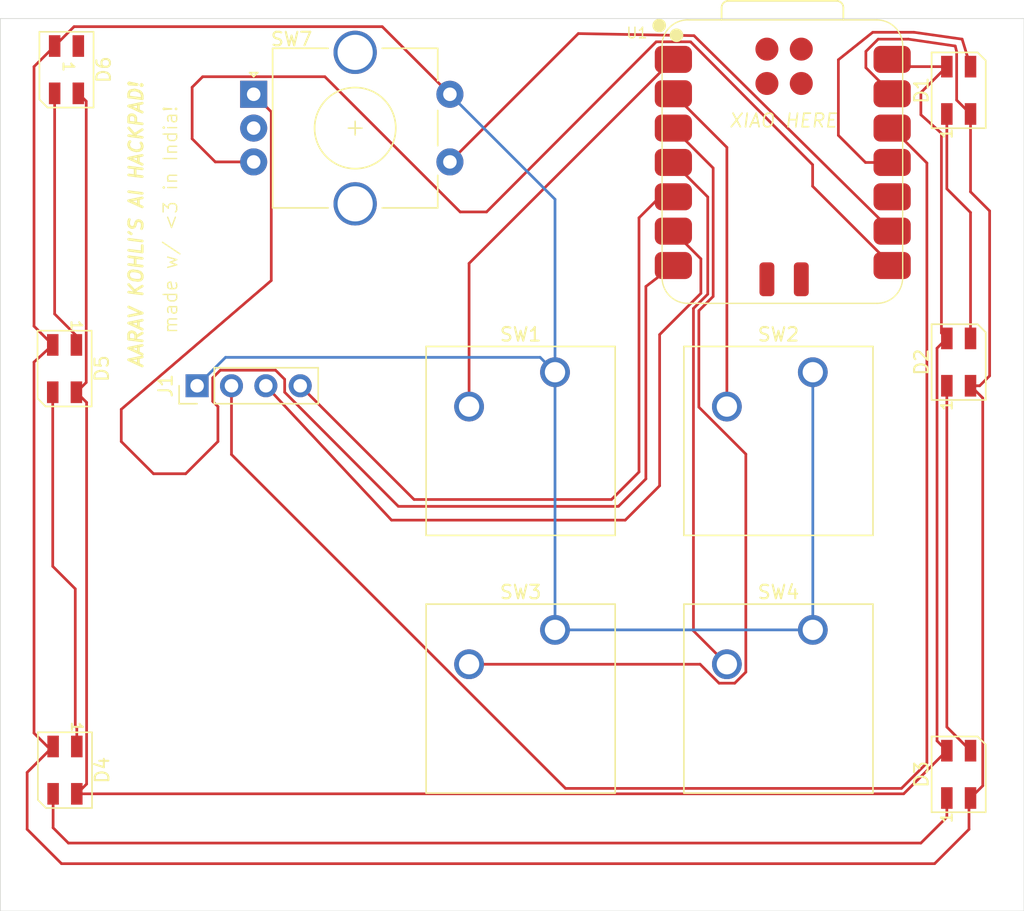
<source format=kicad_pcb>
(kicad_pcb (version 20240108) (generator "pcbnew") (generator_version "8.0")
  (layers (0 "F.Cu" signal) (31 "B.Cu" signal) (34 "B.Paste" user) (35 "F.Paste" user) (36 "B.SilkS" user "B.Silkscreen") (37 "F.SilkS" user "F.Silkscreen") (38 "B.Mask" user) (39 "F.Mask" user) (44 "Edge.Cuts" user))
  (net 0 "")
  (net 1 "+5V")
  (net 2 "Net-(D1-DOUT)")
  (net 3 "GND")
  (net 4 "Net-(D1-DIN)")
  (net 5 "Net-(D2-DOUT)")
  (net 6 "Net-(D3-DOUT)")
  (net 7 "Net-(D4-DOUT)")
  (net 8 "Net-(D5-DOUT)")
  (net 10 "Net-(J1-SDA)")
  (net 11 "Net-(J1-SCL)")
  (net 12 "Net-(U1-GPIO26{slash}ADC0{slash}A0)")
  (net 13 "Net-(U1-GPIO27{slash}ADC1{slash}A1)")
  (net 14 "Net-(U1-GPIO28{slash}ADC2{slash}A2)")
  (net 15 "Net-(U1-GPIO29{slash}ADC3{slash}A3)")
  (net 16 "Net-(U1-GPIO1{slash}RX)")
  (net 17 "Net-(U1-GPIO2{slash}SCK)")
  (net 19 "Net-(U1-GPIO0{slash}TX)")
  (net 21 "Net-(J1-VCC)")
  (footprint "Button_Switch_Keyboard:SW_Cherry_MX_1.00u_PCB" (layer "F.Cu") (at 148.7335 97.26925)
    (property "Reference" "SW1" (at -2.54 -2.794 0) (layer "F.SilkS"))
    (property "Value" "SW_Push")
    (fp_line (start -9.525 -1.905) (end 4.445 -1.905) (stroke (width 0.12)) (layer "F.SilkS"))
    (fp_line (start -9.525 12.065) (end -9.525 -1.905) (stroke (width 0.12)) (layer "F.SilkS"))
    (fp_line (start 4.445 -1.905) (end 4.445 12.065) (stroke (width 0.12)) (layer "F.SilkS"))
    (fp_line (start 4.445 12.065) (end -9.525 12.065) (stroke (width 0.12)) (layer "F.SilkS"))
    (pad "" np_thru_hole circle (at -7.62 5.08) (size 1.7 1.7) (drill 1.7) (layers "*.Cu" "*.Mask"))
    (pad "" np_thru_hole circle (at -2.54 5.08) (size 4 4) (drill 4) (layers "*.Cu" "*.Mask"))
    (pad "" np_thru_hole circle (at 2.54 5.08) (size 1.7 1.7) (drill 1.7) (layers "*.Cu" "*.Mask"))
    (pad "1" thru_hole circle (at 0 0) (size 2.2 2.2) (drill 1.5) (layers "*.Cu" "*.Mask") (net 3 "GND"))
    (pad "2" thru_hole circle (at -6.35 2.54) (size 2.2 2.2) (drill 1.5) (layers "*.Cu" "*.Mask") (net 12 "Net-(U1-GPIO26{slash}ADC0{slash}A0)"))
  )
  (footprint "LED_SMD:LED_SK6812MINI_PLCC4_3.5x3.5mm_P1.75mm" (layer "F.Cu") (at 112.494 97 -90)
    (property "Reference" "D5" (at 0 -2.75 90) (layer "F.SilkS"))
    (property "Value" "SK6812MINI")
    (fp_line (start -2.8 2) (end 2.2 2) (stroke (width 0.12)) (layer "F.SilkS"))
    (fp_line (start 2.8 1.4) (end 2.2 2) (stroke (width 0.12)) (layer "F.SilkS"))
    (fp_line (start 2.8 1.4) (end 2.8 -2) (stroke (width 0.12)) (layer "F.SilkS"))
    (fp_line (start -2.8 -2) (end -2.8 2) (stroke (width 0.12)) (layer "F.SilkS"))
    (fp_line (start -2.8 -2) (end 2.8 -2) (stroke (width 0.12)) (layer "F.SilkS"))
    (fp_text user "1" (at -3.2 -0.875 -90) (layer "F.SilkS") (effects (font (size 0.8 0.8))))
    (pad "1" smd rect (at -1.75 -0.875 270) (size 1.6 0.85) (layers "F.Cu" "F.Paste" "F.Mask") (net 8 "Net-(D5-DOUT)"))
    (pad "2" smd rect (at -1.75 0.875 270) (size 1.6 0.85) (layers "F.Cu" "F.Paste" "F.Mask") (net 3 "GND"))
    (pad "3" smd rect (at 1.75 0.875 270) (size 1.6 0.85) (layers "F.Cu" "F.Paste" "F.Mask") (net 7 "Net-(D4-DOUT)"))
    (pad "4" smd rect (at 1.75 -0.875 270) (size 1.6 0.85) (layers "F.Cu" "F.Paste" "F.Mask") (net 1 "+5V"))
  )
  (footprint "LED_SMD:LED_SK6812MINI_PLCC4_3.5x3.5mm_P1.75mm" (layer "F.Cu") (at 112.635 74.902 -90)
    (property "Reference" "D6" (at 0 -2.75 90) (layer "F.SilkS"))
    (property "Value" "SK6812MINI")
    (fp_line (start -2.8 2) (end 2.2 2) (stroke (width 0.12)) (layer "F.SilkS"))
    (fp_line (start 2.8 1.4) (end 2.2 2) (stroke (width 0.12)) (layer "F.SilkS"))
    (fp_line (start 2.8 1.4) (end 2.8 -2) (stroke (width 0.12)) (layer "F.SilkS"))
    (fp_line (start -2.8 -2) (end -2.8 2) (stroke (width 0.12)) (layer "F.SilkS"))
    (fp_line (start -2.8 -2) (end 2.8 -2) (stroke (width 0.12)) (layer "F.SilkS"))
    (fp_text user "1" (at -0.226 -0.141 -90) (layer "F.SilkS") (effects (font (size 0.8 0.8))))
    (pad "1" smd rect (at -1.75 -0.875 270) (size 1.6 0.85) (layers "F.Cu" "F.Paste" "F.Mask"))
    (pad "2" smd rect (at -1.75 0.875 270) (size 1.6 0.85) (layers "F.Cu" "F.Paste" "F.Mask") (net 3 "GND"))
    (pad "3" smd rect (at 1.75 0.875 270) (size 1.6 0.85) (layers "F.Cu" "F.Paste" "F.Mask") (net 8 "Net-(D5-DOUT)"))
    (pad "4" smd rect (at 1.75 -0.875 270) (size 1.6 0.85) (layers "F.Cu" "F.Paste" "F.Mask") (net 1 "+5V"))
  )
  (footprint "Button_Switch_Keyboard:SW_Cherry_MX_1.00u_PCB" (layer "F.Cu") (at 167.7835 116.31925)
    (property "Reference" "SW4" (at -2.54 -2.794 0) (layer "F.SilkS"))
    (property "Value" "SW_Push")
    (fp_line (start -9.525 -1.905) (end 4.445 -1.905) (stroke (width 0.12)) (layer "F.SilkS"))
    (fp_line (start -9.525 12.065) (end -9.525 -1.905) (stroke (width 0.12)) (layer "F.SilkS"))
    (fp_line (start 4.445 -1.905) (end 4.445 12.065) (stroke (width 0.12)) (layer "F.SilkS"))
    (fp_line (start 4.445 12.065) (end -9.525 12.065) (stroke (width 0.12)) (layer "F.SilkS"))
    (pad "" np_thru_hole circle (at -7.62 5.08) (size 1.7 1.7) (drill 1.7) (layers "*.Cu" "*.Mask"))
    (pad "" np_thru_hole circle (at -2.54 5.08) (size 4 4) (drill 4) (layers "F&B.Cu" "*.Mask"))
    (pad "" np_thru_hole circle (at 2.54 5.08) (size 1.7 1.7) (drill 1.7) (layers "*.Cu" "*.Mask"))
    (pad "1" thru_hole circle (at 0 0) (size 2.2 2.2) (drill 1.5) (layers "*.Cu" "*.Mask") (net 3 "GND"))
    (pad "2" thru_hole circle (at -6.35 2.54) (size 2.2 2.2) (drill 1.5) (layers "*.Cu" "*.Mask") (net 15 "Net-(U1-GPIO29{slash}ADC3{slash}A3)"))
  )
  (footprint "Button_Switch_Keyboard:SW_Cherry_MX_1.00u_PCB" (layer "F.Cu") (at 148.7335 116.31925)
    (property "Reference" "SW3" (at -2.54 -2.794 0) (layer "F.SilkS"))
    (property "Value" "SW_Push")
    (fp_line (start -9.525 -1.905) (end 4.445 -1.905) (stroke (width 0.12)) (layer "F.SilkS"))
    (fp_line (start -9.525 12.065) (end -9.525 -1.905) (stroke (width 0.12)) (layer "F.SilkS"))
    (fp_line (start 4.445 -1.905) (end 4.445 12.065) (stroke (width 0.12)) (layer "F.SilkS"))
    (fp_line (start 4.445 12.065) (end -9.525 12.065) (stroke (width 0.12)) (layer "F.SilkS"))
    (pad "" np_thru_hole circle (at -7.62 5.08) (size 1.7 1.7) (drill 1.7) (layers "*.Cu" "*.Mask"))
    (pad "" np_thru_hole circle (at -2.54 5.08) (size 4 4) (drill 4) (layers "F&B.Cu" "*.Mask"))
    (pad "" np_thru_hole circle (at 2.54 5.08) (size 1.7 1.7) (drill 1.7) (layers "*.Cu" "*.Mask"))
    (pad "1" thru_hole circle (at 0 0) (size 2.2 2.2) (drill 1.5) (layers "*.Cu" "*.Mask") (net 3 "GND"))
    (pad "2" thru_hole circle (at -6.35 2.54) (size 2.2 2.2) (drill 1.5) (layers "*.Cu" "*.Mask") (net 14 "Net-(U1-GPIO28{slash}ADC2{slash}A2)"))
  )
  (footprint "OPL:XIAO-RP2040-SMD" (layer "F.Cu") (at 165.48 81.76)
    (property "Reference" "U1" (at -11.543 -9.116 0) (layer "F.SilkS") (effects (font (size 0.78232 0.78232) (thickness 0.10668)) (justify left bottom)))
    (property "Value" "XIAO-RP2040-DIP")
    (fp_line (start -8.835 8.513) (end -8.835 -8.632) (stroke (width 0.1)) (layer "F.SilkS"))
    (fp_line (start -6.93 10.418) (end 7.04 10.418) (stroke (width 0.1)) (layer "F.SilkS"))
    (fp_line (start -4.44 -10.537) (end -4.436272 -11.447272) (stroke (width 0.127)) (layer "F.SilkS"))
    (fp_line (start -3.936272 -11.947) (end 4.059 -11.947) (stroke (width 0.127)) (layer "F.SilkS"))
    (fp_line (start 4.559 -11.447) (end 4.559 -10.537) (stroke (width 0.127)) (layer "F.SilkS"))
    (fp_line (start 7.04 -10.537) (end -6.93 -10.537) (stroke (width 0.1)) (layer "F.SilkS"))
    (fp_line (start 8.945 8.513) (end 8.945 -8.632) (stroke (width 0.1)) (layer "F.SilkS"))
    (fp_arc (start -8.835 -8.636) (mid -8.277038 -9.983038) (end -6.93 -10.541) (stroke (width 0.1)) (layer "F.SilkS"))
    (fp_arc (start -6.93 10.418) (mid -8.277038 9.860038) (end -8.835 8.513) (stroke (width 0.1)) (layer "F.SilkS"))
    (fp_arc (start -4.436272 -11.447272) (mid -4.289724 -11.800644) (end -3.936272 -11.947) (stroke (width 0.127)) (layer "F.SilkS"))
    (fp_arc (start 4.059 -11.947) (mid 4.412553 -11.800553) (end 4.559 -11.447) (stroke (width 0.127)) (layer "F.SilkS"))
    (fp_arc (start 7.04 -10.537) (mid 8.387038 -9.979038) (end 8.945 -8.632) (stroke (width 0.1)) (layer "F.SilkS"))
    (fp_arc (start 8.945 8.513) (mid 8.387038 9.860038) (end 7.04 10.418) (stroke (width 0.1)) (layer "F.SilkS"))
    (fp_circle (center -9.045 -10.121) (end -9.045 -10.375) (stroke (width 0.5)) (fill solid) (layer "F.SilkS"))
    (fp_circle (center -7.771 -9.404) (end -7.771 -9.658) (stroke (width 0.5)) (fill solid) (layer "F.SilkS"))
    (pad "1" smd roundrect (at -8 -7.62) (size 2.75 2) (layers "F.Cu" "F.Paste" "F.Mask") (net 12 "Net-(U1-GPIO26{slash}ADC0{slash}A0)"))
    (pad "2" smd roundrect (at -8 -5.08) (size 2.75 2) (layers "F.Cu" "F.Paste" "F.Mask") (net 13 "Net-(U1-GPIO27{slash}ADC1{slash}A1)"))
    (pad "3" smd roundrect (at -8 -2.54) (size 2.75 2) (layers "F.Cu" "F.Paste" "F.Mask") (net 14 "Net-(U1-GPIO28{slash}ADC2{slash}A2)"))
    (pad "4" smd roundrect (at -8 0) (size 2.75 2) (layers "F.Cu" "F.Paste" "F.Mask") (net 15 "Net-(U1-GPIO29{slash}ADC3{slash}A3)"))
    (pad "5" smd roundrect (at -8 2.54) (size 2.75 2) (layers "F.Cu" "F.Paste" "F.Mask") (net 10 "Net-(J1-SDA)"))
    (pad "6" smd roundrect (at -8 5.08) (size 2.75 2) (layers "F.Cu" "F.Paste" "F.Mask") (net 11 "Net-(J1-SCL)"))
    (pad "7" smd roundrect (at -8 7.62) (size 2.75 2) (layers "F.Cu" "F.Paste" "F.Mask") (net 19 "Net-(U1-GPIO0{slash}TX)"))
    (pad "8" smd roundrect (at 8.165 7.62) (size 2.75 2) (layers "F.Cu" "F.Paste" "F.Mask") (net 16 "Net-(U1-GPIO1{slash}RX)"))
    (pad "9" smd roundrect (at 8.165 5.08) (size 2.75 2) (layers "F.Cu" "F.Paste" "F.Mask") (net 17 "Net-(U1-GPIO2{slash}SCK)"))
    (pad "10" smd roundrect (at 8.165 2.54) (size 2.75 2) (layers "F.Cu" "F.Paste" "F.Mask"))
    (pad "11" smd roundrect (at 8.165 0) (size 2.75 2) (layers "F.Cu" "F.Paste" "F.Mask") (net 4 "Net-(D1-DIN)"))
    (pad "12" smd roundrect (at 8.165 -2.54) (size 2.75 2) (layers "F.Cu" "F.Paste" "F.Mask") (net 21 "Net-(J1-VCC)"))
    (pad "13" smd roundrect (at 8.165 -5.08) (size 2.75 2) (layers "F.Cu" "F.Paste" "F.Mask") (net 3 "GND"))
    (pad "14" smd roundrect (at 8.165 -7.62) (size 2.75 2) (layers "F.Cu" "F.Paste" "F.Mask") (net 1 "+5V"))
    (pad "15" smd roundrect (at -1.088 8.64 270) (size 2.5 1.1) (layers "F.Cu" "F.Paste" "F.Mask"))
    (pad "16" smd roundrect (at 1.452 8.64 270) (size 2.5 1.1) (layers "F.Cu" "F.Paste" "F.Mask"))
    (pad "17" smd circle (at -1.088 -8.378) (size 1.7 1.7) (layers "F.Cu" "F.Paste" "F.Mask"))
    (pad "18" smd circle (at 1.452 -8.378) (size 1.7 1.7) (layers "F.Cu" "F.Paste" "F.Mask"))
    (pad "19" smd circle (at -1.088 -5.838) (size 1.7 1.7) (layers "F.Cu" "F.Paste" "F.Mask"))
    (pad "20" smd circle (at 1.452 -5.838) (size 1.7 1.7) (layers "F.Cu" "F.Paste" "F.Mask"))
  )
  (footprint "Connector_PinHeader_2.54mm:PinHeader_1x04_P2.54mm_Vertical" (layer "F.Cu") (at 122.287 98.27 90)
    (property "Reference" "J1" (at 0 -2.33 90) (layer "F.SilkS"))
    (property "Value" "Conn_01x04")
    (fp_line (start -1.33 -1.33) (end 0 -1.33) (stroke (width 0.12)) (layer "F.SilkS"))
    (fp_line (start -1.33 0) (end -1.33 -1.33) (stroke (width 0.12)) (layer "F.SilkS"))
    (fp_line (start 1.33 1.27) (end 1.33 8.95) (stroke (width 0.12)) (layer "F.SilkS"))
    (fp_line (start -1.33 1.27) (end 1.33 1.27) (stroke (width 0.12)) (layer "F.SilkS"))
    (fp_line (start -1.33 1.27) (end -1.33 8.95) (stroke (width 0.12)) (layer "F.SilkS"))
    (fp_line (start -1.33 8.95) (end 1.33 8.95) (stroke (width 0.12)) (layer "F.SilkS"))
    (pad "1" thru_hole rect (at 0 0 90) (size 1.7 1.7) (drill 1) (layers "*.Cu" "*.Mask") (net 3 "GND"))
    (pad "2" thru_hole oval (at 0 2.54 90) (size 1.7 1.7) (drill 1) (layers "*.Cu" "*.Mask") (net 21 "Net-(J1-VCC)"))
    (pad "3" thru_hole oval (at 0 5.08 90) (size 1.7 1.7) (drill 1) (layers "*.Cu" "*.Mask") (net 11 "Net-(J1-SCL)"))
    (pad "4" thru_hole oval (at 0 7.62 90) (size 1.7 1.7) (drill 1) (layers "*.Cu" "*.Mask") (net 10 "Net-(J1-SDA)"))
  )
  (footprint "LED_SMD:LED_SK6812MINI_PLCC4_3.5x3.5mm_P1.75mm" (layer "F.Cu") (at 112.522 126.69 -90)
    (property "Reference" "D4" (at 0 -2.75 90) (layer "F.SilkS"))
    (property "Value" "SK6812MINI")
    (fp_line (start -2.8 2) (end 2.2 2) (stroke (width 0.12)) (layer "F.SilkS"))
    (fp_line (start 2.8 1.4) (end 2.2 2) (stroke (width 0.12)) (layer "F.SilkS"))
    (fp_line (start 2.8 1.4) (end 2.8 -2) (stroke (width 0.12)) (layer "F.SilkS"))
    (fp_line (start -2.8 -2) (end -2.8 2) (stroke (width 0.12)) (layer "F.SilkS"))
    (fp_line (start -2.8 -2) (end 2.8 -2) (stroke (width 0.12)) (layer "F.SilkS"))
    (fp_text user "1" (at -3.2 -0.875 -90) (layer "F.SilkS") (effects (font (size 0.8 0.8))))
    (pad "1" smd rect (at -1.75 -0.875 270) (size 1.6 0.85) (layers "F.Cu" "F.Paste" "F.Mask") (net 7 "Net-(D4-DOUT)"))
    (pad "2" smd rect (at -1.75 0.875 270) (size 1.6 0.85) (layers "F.Cu" "F.Paste" "F.Mask") (net 3 "GND"))
    (pad "3" smd rect (at 1.75 0.875 270) (size 1.6 0.85) (layers "F.Cu" "F.Paste" "F.Mask") (net 6 "Net-(D3-DOUT)"))
    (pad "4" smd rect (at 1.75 -0.875 270) (size 1.6 0.85) (layers "F.Cu" "F.Paste" "F.Mask") (net 1 "+5V"))
  )
  (footprint "LED_SMD:LED_SK6812MINI_PLCC4_3.5x3.5mm_P1.75mm" (layer "F.Cu") (at 178.562 96.52 90)
    (property "Reference" "D2" (at 0 -2.75 90) (layer "F.SilkS"))
    (property "Value" "SK6812MINI")
    (fp_line (start -2.8 -2) (end 2.8 -2) (stroke (width 0.12)) (layer "F.SilkS"))
    (fp_line (start -2.8 -2) (end -2.8 2) (stroke (width 0.12)) (layer "F.SilkS"))
    (fp_line (start 2.8 1.4) (end 2.8 -2) (stroke (width 0.12)) (layer "F.SilkS"))
    (fp_line (start 2.8 1.4) (end 2.2 2) (stroke (width 0.12)) (layer "F.SilkS"))
    (fp_line (start -2.8 2) (end 2.2 2) (stroke (width 0.12)) (layer "F.SilkS"))
    (fp_text user "1" (at -3.2 -0.875 90) (layer "F.SilkS") (effects (font (size 0.8 0.8))))
    (pad "1" smd rect (at -1.75 -0.875 90) (size 1.6 0.85) (layers "F.Cu" "F.Paste" "F.Mask") (net 5 "Net-(D2-DOUT)"))
    (pad "2" smd rect (at -1.75 0.875 90) (size 1.6 0.85) (layers "F.Cu" "F.Paste" "F.Mask") (net 3 "GND"))
    (pad "3" smd rect (at 1.75 0.875 90) (size 1.6 0.85) (layers "F.Cu" "F.Paste" "F.Mask") (net 2 "Net-(D1-DOUT)"))
    (pad "4" smd rect (at 1.75 -0.875 90) (size 1.6 0.85) (layers "F.Cu" "F.Paste" "F.Mask") (net 1 "+5V"))
  )
  (footprint "LED_SMD:LED_SK6812MINI_PLCC4_3.5x3.5mm_P1.75mm" (layer "F.Cu") (at 178.562 127 90)
    (property "Reference" "D3" (at 0 -2.75 90) (layer "F.SilkS"))
    (property "Value" "SK6812MINI")
    (fp_line (start -2.8 -2) (end 2.8 -2) (stroke (width 0.12)) (layer "F.SilkS"))
    (fp_line (start -2.8 -2) (end -2.8 2) (stroke (width 0.12)) (layer "F.SilkS"))
    (fp_line (start 2.8 1.4) (end 2.8 -2) (stroke (width 0.12)) (layer "F.SilkS"))
    (fp_line (start 2.8 1.4) (end 2.2 2) (stroke (width 0.12)) (layer "F.SilkS"))
    (fp_line (start -2.8 2) (end 2.2 2) (stroke (width 0.12)) (layer "F.SilkS"))
    (fp_text user "1" (at -3.2 -0.875 90) (layer "F.SilkS") (effects (font (size 0.8 0.8))))
    (pad "1" smd rect (at -1.75 -0.875 90) (size 1.6 0.85) (layers "F.Cu" "F.Paste" "F.Mask") (net 6 "Net-(D3-DOUT)"))
    (pad "2" smd rect (at -1.75 0.875 90) (size 1.6 0.85) (layers "F.Cu" "F.Paste" "F.Mask") (net 3 "GND"))
    (pad "3" smd rect (at 1.75 0.875 90) (size 1.6 0.85) (layers "F.Cu" "F.Paste" "F.Mask") (net 5 "Net-(D2-DOUT)"))
    (pad "4" smd rect (at 1.75 -0.875 90) (size 1.6 0.85) (layers "F.Cu" "F.Paste" "F.Mask") (net 1 "+5V"))
  )
  (footprint "Button_Switch_Keyboard:SW_Cherry_MX_1.00u_PCB" (layer "F.Cu") (at 167.7835 97.26925)
    (property "Reference" "SW2" (at -2.54 -2.794 0) (layer "F.SilkS"))
    (property "Value" "SW_Push")
    (fp_line (start -9.525 -1.905) (end 4.445 -1.905) (stroke (width 0.12)) (layer "F.SilkS"))
    (fp_line (start -9.525 12.065) (end -9.525 -1.905) (stroke (width 0.12)) (layer "F.SilkS"))
    (fp_line (start 4.445 -1.905) (end 4.445 12.065) (stroke (width 0.12)) (layer "F.SilkS"))
    (fp_line (start 4.445 12.065) (end -9.525 12.065) (stroke (width 0.12)) (layer "F.SilkS"))
    (pad "" np_thru_hole circle (at -7.62 5.08) (size 1.7 1.7) (drill 1.7) (layers "*.Cu" "*.Mask"))
    (pad "" np_thru_hole circle (at -2.54 5.08) (size 4 4) (drill 4) (layers "F&B.Cu" "*.Mask"))
    (pad "" np_thru_hole circle (at 2.54 5.08) (size 1.7 1.7) (drill 1.7) (layers "*.Cu" "*.Mask"))
    (pad "1" thru_hole circle (at 0 0) (size 2.2 2.2) (drill 1.5) (layers "*.Cu" "*.Mask") (net 3 "GND"))
    (pad "2" thru_hole circle (at -6.35 2.54) (size 2.2 2.2) (drill 1.5) (layers "*.Cu" "*.Mask") (net 13 "Net-(U1-GPIO27{slash}ADC1{slash}A1)"))
  )
  (footprint "Rotary_Encoder:RotaryEncoder_Alps_EC11E-Switch_Vertical_H20mm_CircularMountingHoles" (layer "F.Cu") (at 126.467 76.72)
    (property "Reference" "SW7" (at 2.8 -4.076 0) (layer "F.SilkS"))
    (property "Value" "RotaryEncoder_Switch")
    (fp_line (start -0.3 -1.6) (end 0.3 -1.6) (stroke (width 0.12)) (layer "F.SilkS"))
    (fp_line (start 0 -1.3) (end -0.3 -1.6) (stroke (width 0.12)) (layer "F.SilkS"))
    (fp_line (start 0.3 -1.6) (end 0 -1.3) (stroke (width 0.12)) (layer "F.SilkS"))
    (fp_line (start 1.4 -3.4) (end 1.4 8.4) (stroke (width 0.12)) (layer "F.SilkS"))
    (fp_line (start 5.5 -3.4) (end 1.4 -3.4) (stroke (width 0.12)) (layer "F.SilkS"))
    (fp_line (start 5.5 8.4) (end 1.4 8.4) (stroke (width 0.12)) (layer "F.SilkS"))
    (fp_line (start 7 2.5) (end 8 2.5) (stroke (width 0.12)) (layer "F.SilkS"))
    (fp_line (start 7.5 2) (end 7.5 3) (stroke (width 0.12)) (layer "F.SilkS"))
    (fp_line (start 9.5 -3.4) (end 13.6 -3.4) (stroke (width 0.12)) (layer "F.SilkS"))
    (fp_line (start 13.6 -3.4) (end 13.6 -1) (stroke (width 0.12)) (layer "F.SilkS"))
    (fp_line (start 13.6 1.2) (end 13.6 3.8) (stroke (width 0.12)) (layer "F.SilkS"))
    (fp_line (start 13.6 6) (end 13.6 8.4) (stroke (width 0.12)) (layer "F.SilkS"))
    (fp_line (start 13.6 8.4) (end 9.5 8.4) (stroke (width 0.12)) (layer "F.SilkS"))
    (fp_circle (center 7.5 2.5) (end 10.5 2.5) (stroke (width 0.12)) (fill none) (layer "F.SilkS"))
    (pad "A" thru_hole rect (at 0 0) (size 2 2) (drill 1) (layers "*.Cu" "*.Mask") (net 19 "Net-(U1-GPIO0{slash}TX)"))
    (pad "B" thru_hole circle (at 0 5) (size 2 2) (drill 1) (layers "*.Cu" "*.Mask") (net 16 "Net-(U1-GPIO1{slash}RX)"))
    (pad "C" thru_hole circle (at 0 2.5) (size 2 2) (drill 1) (layers "*.Cu" "*.Mask"))
    (pad "MP" thru_hole circle (at 7.5 -3.1) (size 3.2 3.2) (drill 2.6) (layers "*.Cu" "*.Mask"))
    (pad "MP" thru_hole circle (at 7.5 8.1) (size 3.2 3.2) (drill 2.6) (layers "*.Cu" "*.Mask"))
    (pad "S1" thru_hole circle (at 14.5 5) (size 2 2) (drill 1) (layers "*.Cu" "*.Mask") (net 17 "Net-(U1-GPIO2{slash}SCK)"))
    (pad "S2" thru_hole circle (at 14.5 0) (size 2 2) (drill 1) (layers "*.Cu" "*.Mask") (net 3 "GND"))
  )
  (footprint "LED_SMD:LED_SK6812MINI_PLCC4_3.5x3.5mm_P1.75mm" (layer "F.Cu") (at 178.562 76.426 90)
    (property "Reference" "D1" (at 0 -2.75 90) (layer "F.SilkS"))
    (property "Value" "SK6812MINI")
    (fp_line (start -2.8 -2) (end 2.8 -2) (stroke (width 0.12)) (layer "F.SilkS"))
    (fp_line (start -2.8 -2) (end -2.8 2) (stroke (width 0.12)) (layer "F.SilkS"))
    (fp_line (start 2.8 1.4) (end 2.8 -2) (stroke (width 0.12)) (layer "F.SilkS"))
    (fp_line (start 2.8 1.4) (end 2.2 2) (stroke (width 0.12)) (layer "F.SilkS"))
    (fp_line (start -2.8 2) (end 2.2 2) (stroke (width 0.12)) (layer "F.SilkS"))
    (fp_text user "1" (at -3.2 -0.875 90) (layer "F.SilkS") (effects (font (size 0.8 0.8))))
    (pad "1" smd rect (at -1.75 -0.875 90) (size 1.6 0.85) (layers "F.Cu" "F.Paste" "F.Mask") (net 2 "Net-(D1-DOUT)"))
    (pad "2" smd rect (at -1.75 0.875 90) (size 1.6 0.85) (layers "F.Cu" "F.Paste" "F.Mask") (net 3 "GND"))
    (pad "3" smd rect (at 1.75 0.875 90) (size 1.6 0.85) (layers "F.Cu" "F.Paste" "F.Mask") (net 4 "Net-(D1-DIN)"))
    (pad "4" smd rect (at 1.75 -0.875 90) (size 1.6 0.85) (layers "F.Cu" "F.Paste" "F.Mask") (net 1 "+5V"))
  )
  (gr_rect (start 107.747055 71.12) (end 183.388 137.108945) (stroke (width 0.05)) (fill none) (layer "Edge.Cuts"))
  (gr_text "AARAV KOHLI'S AI HACKPAD!" (at 118.364 97.028 90) (layer "F.SilkS") (effects (font (size 1 1) (thickness 0.2) (bold yes) (italic yes)) (justify left bottom)))
  (gr_text "XIAO HERE" (at 161.544 79.248 0) (layer "F.SilkS") (effects (font (size 1 1) (thickness 0.125) (italic yes)) (justify left bottom)))
  (gr_text "made w/ <3 in India!" (at 120.904 94.488 90) (layer "F.SilkS") (effects (font (size 1 1) (thickness 0.1)) (justify left bottom)))
  (segment (start 177.687 94.77) (end 177.287 94.37) (width 0.2) (layer "F.Cu") (net 1))
  (segment (start 177.687 125.25) (end 176.962 124.525) (width 0.2) (layer "F.Cu") (net 1))
  (segment (start 113.397 128.44) (end 174.497 128.44) (width 0.2) (layer "F.Cu") (net 1))
  (segment (start 175.768 78.232) (end 175.768 76.595) (width 0.2) (layer "F.Cu") (net 1))
  (segment (start 176.962 95.495) (end 177.687 94.77) (width 0.2) (layer "F.Cu") (net 1))
  (segment (start 113.51 76.652) (end 114.094 77.236) (width 0.2) (layer "F.Cu") (net 1))
  (segment (start 113.369 98.75) (end 114.122 99.503) (width 0.2) (layer "F.Cu") (net 1))
  (segment (start 177.687 74.676) (end 174.168 74.676) (width 0.2) (layer "F.Cu") (net 1))
  (segment (start 175.768 76.595) (end 177.687 74.676) (width 0.2) (layer "F.Cu") (net 1))
  (segment (start 177.287 79.601) (end 175.768 78.232) (width 0.2) (layer "F.Cu") (net 1))
  (segment (start 114.122 127.715) (end 113.397 128.44) (width 0.2) (layer "F.Cu") (net 1))
  (segment (start 114.122 99.503) (end 114.122 127.715) (width 0.2) (layer "F.Cu") (net 1))
  (segment (start 176.962 124.525) (end 176.962 95.495) (width 0.2) (layer "F.Cu") (net 1))
  (segment (start 174.497 128.44) (end 177.687 125.25) (width 0.2) (layer "F.Cu") (net 1))
  (segment (start 177.287 94.37) (end 177.287 79.601) (width 0.2) (layer "F.Cu") (net 1))
  (segment (start 114.094 98.025) (end 113.369 98.75) (width 0.2) (layer "F.Cu") (net 1))
  (segment (start 114.094 77.236) (end 114.094 98.025) (width 0.2) (layer "F.Cu") (net 1))
  (segment (start 179.437 94.77) (end 179.437 85.457) (width 0.2) (layer "F.Cu") (net 2))
  (segment (start 179.437 85.457) (end 177.687 83.707) (width 0.2) (layer "F.Cu") (net 2))
  (segment (start 177.687 83.707) (end 177.687 78.176) (width 0.2) (layer "F.Cu") (net 2))
  (segment (start 178.308 73.152) (end 178.412 73.576) (width 0.2) (layer "F.Cu") (net 3))
  (segment (start 179.324 131.064) (end 179.324 128.863) (width 0.2) (layer "F.Cu") (net 3))
  (segment (start 110.236 93.867) (end 111.619 95.25) (width 0.2) (layer "F.Cu") (net 3))
  (segment (start 135.967 71.72) (end 140.967 76.72) (width 0.2) (layer "F.Cu") (net 3))
  (segment (start 109.728 126.859) (end 109.728 131.064) (width 0.2) (layer "F.Cu") (net 3))
  (segment (start 172.614358 72.644) (end 174.845642 72.644) (width 0.2) (layer "F.Cu") (net 3))
  (segment (start 113.192 71.72) (end 135.967 71.72) (width 0.2) (layer "F.Cu") (net 3))
  (segment (start 180.34 127.847) (end 180.34 99.173) (width 0.2) (layer "F.Cu") (net 3))
  (segment (start 110.236 123.952) (end 111.224 124.94) (width 0.2) (layer "F.Cu") (net 3))
  (segment (start 111.76 73.152) (end 110.236 74.676) (width 0.2) (layer "F.Cu") (net 3))
  (segment (start 173.632 76.68) (end 171.704 74.752) (width 0.2) (layer "F.Cu") (net 3))
  (segment (start 110.236 74.676) (end 110.236 93.867) (width 0.2) (layer "F.Cu") (net 3))
  (segment (start 112.268 133.604) (end 176.784 133.604) (width 0.2) (layer "F.Cu") (net 3))
  (segment (start 180.848 97.536) (end 180.114 98.27) (width 0.2) (layer "F.Cu") (net 3))
  (segment (start 180.34 99.173) (end 179.437 98.27) (width 0.2) (layer "F.Cu") (net 3))
  (segment (start 171.704 74.752) (end 171.704 73.554358) (width 0.2) (layer "F.Cu") (net 3))
  (segment (start 110.236 96.52) (end 110.236 123.952) (width 0.2) (layer "F.Cu") (net 3))
  (segment (start 178.412 77.151) (end 179.437 78.176) (width 0.2) (layer "F.Cu") (net 3))
  (segment (start 176.784 133.604) (end 179.324 131.064) (width 0.2) (layer "F.Cu") (net 3))
  (segment (start 171.704 73.554358) (end 172.614358 72.644) (width 0.2) (layer "F.Cu") (net 3))
  (segment (start 111.224 124.94) (end 111.647 124.94) (width 0.2) (layer "F.Cu") (net 3))
  (segment (start 179.437 128.75) (end 180.34 127.847) (width 0.2) (layer "F.Cu") (net 3))
  (segment (start 174.845642 72.644) (end 178.308 73.152) (width 0.2) (layer "F.Cu") (net 3))
  (segment (start 111.619 95.25) (end 110.236 96.52) (width 0.2) (layer "F.Cu") (net 3))
  (segment (start 111.647 124.94) (end 109.728 126.859) (width 0.2) (layer "F.Cu") (net 3))
  (segment (start 180.848 85.344) (end 179.437 83.933) (width 0.2) (layer "F.Cu") (net 3))
  (segment (start 111.76 73.152) (end 113.192 71.72) (width 0.2) (layer "F.Cu") (net 3))
  (segment (start 179.437 83.933) (end 179.437 78.176) (width 0.2) (layer "F.Cu") (net 3))
  (segment (start 109.728 131.064) (end 112.268 133.604) (width 0.2) (layer "F.Cu") (net 3))
  (segment (start 178.412 73.576) (end 178.412 77.151) (width 0.2) (layer "F.Cu") (net 3))
  (segment (start 180.848 97.536) (end 180.848 85.344) (width 0.2) (layer "F.Cu") (net 3))
  (segment (start 180.114 98.27) (end 179.437 98.27) (width 0.2) (layer "F.Cu") (net 3))
  (segment (start 122.287 98.27) (end 124.387749 96.169251) (width 0.2) (layer "B.Cu") (net 3))
  (segment (start 148.7335 84.4865) (end 148.7335 97.26925) (width 0.2) (layer "B.Cu") (net 3))
  (segment (start 167.7835 116.31925) (end 148.7335 116.31925) (width 0.2) (layer "B.Cu") (net 3))
  (segment (start 167.7835 116.31925) (end 167.7835 97.26925) (width 0.2) (layer "B.Cu") (net 3))
  (segment (start 140.967 76.72) (end 148.7335 84.4865) (width 0.2) (layer "B.Cu") (net 3))
  (segment (start 148.7335 116.31925) (end 148.7335 97.26925) (width 0.2) (layer "B.Cu") (net 3))
  (segment (start 124.387749 96.169251) (end 147.633501 96.169251) (width 0.2) (layer "B.Cu") (net 3))
  (segment (start 147.633501 96.169251) (end 148.7335 97.26925) (width 0.2) (layer "B.Cu") (net 3))
  (segment (start 175.26 72.136) (end 172.212 72.136) (width 0.2) (layer "F.Cu") (net 4))
  (segment (start 169.672 74.168) (end 169.672 79.756) (width 0.2) (layer "F.Cu") (net 4))
  (segment (start 171.676 81.76) (end 173.632 81.76) (width 0.2) (layer "F.Cu") (net 4))
  (segment (start 169.672 79.756) (end 171.676 81.76) (width 0.2) (layer "F.Cu") (net 4))
  (segment (start 172.212 72.136) (end 169.672 74.168) (width 0.2) (layer "F.Cu") (net 4))
  (segment (start 178.816 72.644) (end 175.26 72.136) (width 0.2) (layer "F.Cu") (net 4))
  (segment (start 179.437 74.676) (end 178.816 72.644) (width 0.2) (layer "F.Cu") (net 4))
  (segment (start 177.687 123.5) (end 177.687 98.27) (width 0.2) (layer "F.Cu") (net 5))
  (segment (start 179.437 125.25) (end 177.687 123.5) (width 0.2) (layer "F.Cu") (net 5))
  (segment (start 177.687 130.161) (end 177.687 128.75) (width 0.2) (layer "F.Cu") (net 6))
  (segment (start 175.768 132.08) (end 177.687 130.161) (width 0.2) (layer "F.Cu") (net 6))
  (segment (start 111.647 128.44) (end 111.647 130.951) (width 0.2) (layer "F.Cu") (net 6))
  (segment (start 112.776 132.08) (end 175.768 132.08) (width 0.2) (layer "F.Cu") (net 6))
  (segment (start 111.647 130.951) (end 112.776 132.08) (width 0.2) (layer "F.Cu") (net 6))
  (segment (start 113.397 123.557) (end 113.397 124.94) (width 0.2) (layer "F.Cu") (net 7))
  (segment (start 111.619 98.75) (end 111.619 111.619) (width 0.2) (layer "F.Cu") (net 7))
  (segment (start 111.619 111.619) (end 113.284 113.284) (width 0.2) (layer "F.Cu") (net 7))
  (segment (start 113.284 113.284) (end 113.284 123.444) (width 0.2) (layer "F.Cu") (net 7))
  (segment (start 113.284 123.444) (end 113.397 123.557) (width 0.2) (layer "F.Cu") (net 7))
  (segment (start 113.369 94.573) (end 111.76 92.964) (width 0.2) (layer "F.Cu") (net 8))
  (segment (start 111.76 76.652) (end 111.76 92.964) (width 0.2) (layer "F.Cu") (net 8))
  (segment (start 152.908 106.68) (end 154.94 104.648) (width 0.2) (layer "F.Cu") (net 10))
  (segment (start 138.317 106.68) (end 152.908 106.68) (width 0.2) (layer "F.Cu") (net 10))
  (segment (start 129.907 98.27) (end 138.317 106.68) (width 0.2) (layer "F.Cu") (net 10))
  (segment (start 154.94 104.648) (end 154.94 85.852) (width 0.2) (layer "F.Cu") (net 10))
  (segment (start 154.94 85.852) (end 156.492 84.3) (width 0.2) (layer "F.Cu") (net 10))
  (segment (start 156.464 105.664) (end 156.464 94.488) (width 0.2) (layer "F.Cu") (net 11))
  (segment (start 159.512 88.885) (end 157.467 86.84) (width 0.2) (layer "F.Cu") (net 11))
  (segment (start 127.367 98.27) (end 136.652 108.204) (width 0.2) (layer "F.Cu") (net 11))
  (segment (start 153.924 108.204) (end 156.464 105.664) (width 0.2) (layer "F.Cu") (net 11))
  (segment (start 136.652 108.204) (end 153.924 108.204) (width 0.2) (layer "F.Cu") (net 11))
  (segment (start 156.464 94.488) (end 159.512 91.44) (width 0.2) (layer "F.Cu") (net 11))
  (segment (start 159.512 91.44) (end 159.512 88.885) (width 0.2) (layer "F.Cu") (net 11))
  (segment (start 142.3835 89.2235) (end 157.467 74.14) (width 0.2) (layer "F.Cu") (net 12))
  (segment (start 142.3835 99.80925) (end 142.3835 89.2235) (width 0.2) (layer "F.Cu") (net 12))
  (segment (start 161.4335 99.80925) (end 161.4335 80.6465) (width 0.2) (layer "F.Cu") (net 13))
  (segment (start 161.4335 80.6465) (end 157.467 76.68) (width 0.2) (layer "F.Cu") (net 13))
  (segment (start 160.42 91.663372) (end 160.42 82.173) (width 0.2) (layer "F.Cu") (net 14))
  (segment (start 160.853601 120.25925) (end 162.013399 120.25925) (width 0.2) (layer "F.Cu") (net 14))
  (segment (start 142.3835 118.85925) (end 159.453601 118.85925) (width 0.2) (layer "F.Cu") (net 14))
  (segment (start 159.3635 92.719872) (end 160.42 91.663372) (width 0.2) (layer "F.Cu") (net 14))
  (segment (start 160.42 82.173) (end 157.467 79.22) (width 0.2) (layer "F.Cu") (net 14))
  (segment (start 159.453601 118.85925) (end 160.853601 120.25925) (width 0.2) (layer "F.Cu") (net 14))
  (segment (start 162.013399 120.25925) (end 162.8335 119.439149) (width 0.2) (layer "F.Cu") (net 14))
  (segment (start 162.8335 103.322194) (end 159.3635 99.852194) (width 0.2) (layer "F.Cu") (net 14))
  (segment (start 162.8335 119.439149) (end 162.8335 103.322194) (width 0.2) (layer "F.Cu") (net 14))
  (segment (start 159.3635 99.852194) (end 159.3635 92.719872) (width 0.2) (layer "F.Cu") (net 14))
  (segment (start 160.02 84.313) (end 157.467 81.76) (width 0.2) (layer "F.Cu") (net 15))
  (segment (start 160.02 91.497686) (end 160.02 84.313) (width 0.2) (layer "F.Cu") (net 15))
  (segment (start 161.4335 118.85925) (end 158.9635 116.38925) (width 0.2) (layer "F.Cu") (net 15))
  (segment (start 158.9635 116.38925) (end 158.9635 92.554186) (width 0.2) (layer "F.Cu") (net 15))
  (segment (start 158.9635 92.554186) (end 160.02 91.497686) (width 0.2) (layer "F.Cu") (net 15))
  (segment (start 121.92 76.2) (end 122.7 75.42) (width 0.2) (layer "F.Cu") (net 16))
  (segment (start 167.769 83.517) (end 173.632 89.38) (width 0.2) (layer "F.Cu") (net 16))
  (segment (start 122.7 75.42) (end 131.728598 75.42) (width 0.2) (layer "F.Cu") (net 16))
  (segment (start 167.769 81.928358) (end 167.769 83.517) (width 0.2) (layer "F.Cu") (net 16))
  (segment (start 131.728598 75.42) (end 141.727 85.418402) (width 0.2) (layer "F.Cu") (net 16))
  (segment (start 141.727 85.418402) (end 143.674956 85.418402) (width 0.2) (layer "F.Cu") (net 16))
  (segment (start 143.674956 85.418402) (end 156.21 72.84) (width 0.2) (layer "F.Cu") (net 16))
  (segment (start 158.75 72.84) (end 167.769 81.928358) (width 0.2) (layer "F.Cu") (net 16))
  (segment (start 126.467 81.72) (end 123.63 81.72) (width 0.2) (layer "F.Cu") (net 16))
  (segment (start 156.21 72.84) (end 158.75 72.84) (width 0.2) (layer "F.Cu") (net 16))
  (segment (start 121.92 80.01) (end 121.92 76.2) (width 0.2) (layer "F.Cu") (net 16))
  (segment (start 123.63 81.72) (end 121.92 80.01) (width 0.2) (layer "F.Cu") (net 16))
  (segment (start 140.967 81.72) (end 150.455 72.232) (width 0.2) (layer "F.Cu") (net 17))
  (segment (start 159.007005 72.386995) (end 173.632 86.84) (width 0.2) (layer "F.Cu") (net 17))
  (segment (start 150.455 72.232) (end 159.007005 72.386995) (width 0.2) (layer "F.Cu") (net 17))
  (segment (start 128.757 97.793654) (end 128.757 98.746346) (width 0.2) (layer "F.Cu") (net 19))
  (segment (start 126.467 76.72) (end 127.767 78.02) (width 0.2) (layer "F.Cu") (net 19))
  (segment (start 123.825 99.808) (end 123.437 99.42) (width 0.2) (layer "F.Cu") (net 19))
  (segment (start 123.825 102.39375) (end 123.825 99.808) (width 0.2) (layer "F.Cu") (net 19))
  (segment (start 124.002686 97.12) (end 128.083346 97.12) (width 0.2) (layer "F.Cu") (net 19))
  (segment (start 116.68125 100.0125) (end 116.68125 102.39375) (width 0.2) (layer "F.Cu") (net 19))
  (segment (start 127.767 90.49) (end 116.68125 100.0125) (width 0.2) (layer "F.Cu") (net 19))
  (segment (start 137.16 107.188) (end 153.416 107.188) (width 0.2) (layer "F.Cu") (net 19))
  (segment (start 128.083346 97.12) (end 128.757 97.793654) (width 0.2) (layer "F.Cu") (net 19))
  (segment (start 155.448 105.156) (end 155.448 90.932) (width 0.2) (layer "F.Cu") (net 19))
  (segment (start 155.448 90.932) (end 157.467 89.38) (width 0.2) (layer "F.Cu") (net 19))
  (segment (start 123.437 97.685686) (end 124.002686 97.12) (width 0.2) (layer "F.Cu") (net 19))
  (segment (start 119.0625 104.775) (end 121.44375 104.775) (width 0.2) (layer "F.Cu") (net 19))
  (segment (start 116.68125 102.39375) (end 119.0625 104.775) (width 0.2) (layer "F.Cu") (net 19))
  (segment (start 121.44375 104.775) (end 123.825 102.39375) (width 0.2) (layer "F.Cu") (net 19))
  (segment (start 123.437 99.42) (end 123.437 97.685686) (width 0.2) (layer "F.Cu") (net 19))
  (segment (start 153.416 107.188) (end 155.448 105.156) (width 0.2) (layer "F.Cu") (net 19))
  (segment (start 127.767 78.02) (end 127.767 90.49) (width 0.2) (layer "F.Cu") (net 19))
  (segment (start 128.757 98.746346) (end 137.16 107.188) (width 0.2) (layer "F.Cu") (net 19))
  (segment (start 176.2125 81.8005) (end 173.632 79.22) (width 0.2) (layer "F.Cu") (net 21))
  (segment (start 124.827 103.356152) (end 149.510848 128.04) (width 0.2) (layer "F.Cu") (net 21))
  (segment (start 149.510848 128.04) (end 174.331314 128.04) (width 0.2) (layer "F.Cu") (net 21))
  (segment (start 174.331314 128.04) (end 176.2125 126.158814) (width 0.2) (layer "F.Cu") (net 21))
  (segment (start 176.2125 126.158814) (end 176.2125 81.8005) (width 0.2) (layer "F.Cu") (net 21))
  (segment (start 124.827 98.27) (end 124.827 103.356152) (width 0.2) (layer "F.Cu") (net 21))
)
</source>
